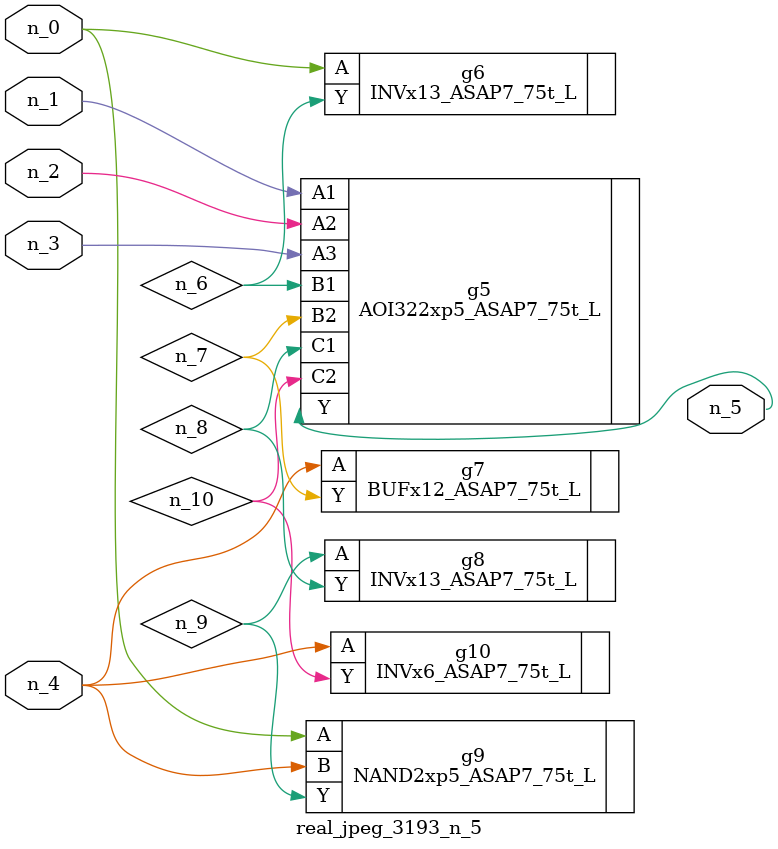
<source format=v>
module real_jpeg_3193_n_5 (n_4, n_0, n_1, n_2, n_3, n_5);

input n_4;
input n_0;
input n_1;
input n_2;
input n_3;

output n_5;

wire n_8;
wire n_6;
wire n_7;
wire n_10;
wire n_9;

INVx13_ASAP7_75t_L g6 ( 
.A(n_0),
.Y(n_6)
);

NAND2xp5_ASAP7_75t_L g9 ( 
.A(n_0),
.B(n_4),
.Y(n_9)
);

AOI322xp5_ASAP7_75t_L g5 ( 
.A1(n_1),
.A2(n_2),
.A3(n_3),
.B1(n_6),
.B2(n_7),
.C1(n_8),
.C2(n_10),
.Y(n_5)
);

BUFx12_ASAP7_75t_L g7 ( 
.A(n_4),
.Y(n_7)
);

INVx6_ASAP7_75t_L g10 ( 
.A(n_4),
.Y(n_10)
);

INVx13_ASAP7_75t_L g8 ( 
.A(n_9),
.Y(n_8)
);


endmodule
</source>
